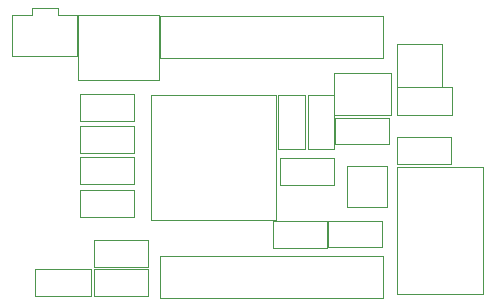
<source format=gbr>
%TF.GenerationSoftware,KiCad,Pcbnew,(6.0.1-0)*%
%TF.CreationDate,2022-05-02T12:36:29+02:00*%
%TF.ProjectId,SAMD_QTPY_MIDI,53414d44-5f51-4545-9059-5f4d4944492e,1*%
%TF.SameCoordinates,Original*%
%TF.FileFunction,Other,User*%
%FSLAX46Y46*%
G04 Gerber Fmt 4.6, Leading zero omitted, Abs format (unit mm)*
G04 Created by KiCad (PCBNEW (6.0.1-0)) date 2022-05-02 12:36:29*
%MOMM*%
%LPD*%
G01*
G04 APERTURE LIST*
%ADD10C,0.050000*%
G04 APERTURE END LIST*
D10*
%TO.C,R2*%
X146370000Y-26220000D02*
X146370000Y-23980000D01*
X150930000Y-26220000D02*
X146370000Y-26220000D01*
X150930000Y-23980000D02*
X150930000Y-26220000D01*
X146370000Y-23980000D02*
X150930000Y-23980000D01*
%TO.C,R1*%
X144055000Y-26630000D02*
X144055000Y-22070000D01*
X146295000Y-26630000D02*
X144055000Y-26630000D01*
X144055000Y-22070000D02*
X146295000Y-22070000D01*
X146295000Y-22070000D02*
X146295000Y-26630000D01*
%TO.C,U2*%
X151055000Y-23775000D02*
X151055000Y-20175000D01*
X146295000Y-20175000D02*
X146295000Y-23775000D01*
X151055000Y-23775000D02*
X146295000Y-23775000D01*
X146295000Y-20175000D02*
X151055000Y-20175000D01*
%TO.C,R3*%
X141695000Y-29645000D02*
X141695000Y-27405000D01*
X146255000Y-27405000D02*
X146255000Y-29645000D01*
X146255000Y-29645000D02*
X141695000Y-29645000D01*
X141695000Y-27405000D02*
X146255000Y-27405000D01*
%TO.C,C3*%
X151550000Y-27925000D02*
X151550000Y-25625000D01*
X156150000Y-25625000D02*
X156150000Y-27925000D01*
X156150000Y-27925000D02*
X151550000Y-27925000D01*
X151550000Y-25625000D02*
X156150000Y-25625000D01*
%TO.C,C2*%
X145650000Y-35025000D02*
X141050000Y-35025000D01*
X145650000Y-32725000D02*
X145650000Y-35025000D01*
X141050000Y-32725000D02*
X145650000Y-32725000D01*
X141050000Y-35025000D02*
X141050000Y-32725000D01*
%TO.C,Q1*%
X147325000Y-28050000D02*
X150725000Y-28050000D01*
X150725000Y-28050000D02*
X150725000Y-31550000D01*
X150725000Y-31550000D02*
X147325000Y-31550000D01*
X147325000Y-31550000D02*
X147325000Y-28050000D01*
%TO.C,J4*%
X131540000Y-35665000D02*
X131540000Y-39265000D01*
X131540000Y-39265000D02*
X150390000Y-39265000D01*
X150390000Y-39265000D02*
X150390000Y-35665000D01*
X150390000Y-35665000D02*
X131540000Y-35665000D01*
%TO.C,C4*%
X151625000Y-23700000D02*
X151625000Y-21400000D01*
X151625000Y-21400000D02*
X156225000Y-21400000D01*
X156225000Y-21400000D02*
X156225000Y-23700000D01*
X156225000Y-23700000D02*
X151625000Y-23700000D01*
%TO.C,D1*%
X124550000Y-20750000D02*
X131450000Y-20750000D01*
X131450000Y-15250000D02*
X124550000Y-15250000D01*
X124550000Y-15250000D02*
X124550000Y-20750000D01*
X131450000Y-20750000D02*
X131450000Y-15250000D01*
%TO.C,C1*%
X143825000Y-22050000D02*
X143825000Y-26650000D01*
X141525000Y-22050000D02*
X143825000Y-22050000D01*
X141525000Y-26650000D02*
X141525000Y-22050000D01*
X143825000Y-26650000D02*
X141525000Y-26650000D01*
%TO.C,F1*%
X145720000Y-34945000D02*
X145720000Y-32705000D01*
X150280000Y-32705000D02*
X150280000Y-34945000D01*
X145720000Y-32705000D02*
X150280000Y-32705000D01*
X150280000Y-34945000D02*
X145720000Y-34945000D01*
%TO.C,J2*%
X158855000Y-38900000D02*
X158855000Y-28100000D01*
X158855000Y-28100000D02*
X151555000Y-28100000D01*
X151555000Y-28100000D02*
X151555000Y-38900000D01*
X151555000Y-38900000D02*
X158855000Y-38900000D01*
%TO.C,J3*%
X150390000Y-18945000D02*
X150390000Y-15345000D01*
X131540000Y-18945000D02*
X150390000Y-18945000D01*
X131540000Y-15345000D02*
X131540000Y-18945000D01*
X150390000Y-15345000D02*
X131540000Y-15345000D01*
%TO.C,U1*%
X155425000Y-21325000D02*
X151625000Y-21325000D01*
X151625000Y-21325000D02*
X151625000Y-17725000D01*
X155425000Y-17725000D02*
X155425000Y-21325000D01*
X151625000Y-17725000D02*
X155425000Y-17725000D01*
%TO.C,U4*%
X130750000Y-22025000D02*
X130750000Y-32625000D01*
X141350000Y-32625000D02*
X130750000Y-32625000D01*
X141350000Y-22025000D02*
X130750000Y-22025000D01*
X141350000Y-22025000D02*
X141350000Y-32625000D01*
%TO.C,SW2*%
X119000000Y-15300000D02*
X120650000Y-15300000D01*
X120650000Y-15300000D02*
X120650000Y-14650000D01*
X122850000Y-14650000D02*
X122850000Y-15300000D01*
X124500000Y-15300000D02*
X124500000Y-18700000D01*
X122850000Y-15300000D02*
X124500000Y-15300000D01*
X124500000Y-18700000D02*
X119000000Y-18700000D01*
X119000000Y-18700000D02*
X119000000Y-15300000D01*
X120650000Y-14650000D02*
X122850000Y-14650000D01*
%TO.C,R7*%
X125945000Y-36595000D02*
X125945000Y-34355000D01*
X130505000Y-36595000D02*
X125945000Y-36595000D01*
X130505000Y-34355000D02*
X130505000Y-36595000D01*
X125945000Y-34355000D02*
X130505000Y-34355000D01*
%TO.C,R4*%
X129280000Y-29545000D02*
X124720000Y-29545000D01*
X129280000Y-27305000D02*
X129280000Y-29545000D01*
X124720000Y-29545000D02*
X124720000Y-27305000D01*
X124720000Y-27305000D02*
X129280000Y-27305000D01*
%TO.C,D3*%
X120975000Y-39075000D02*
X120975000Y-36775000D01*
X125675000Y-39075000D02*
X120975000Y-39075000D01*
X125675000Y-39075000D02*
X125675000Y-36775000D01*
X120975000Y-36775000D02*
X125675000Y-36775000D01*
%TO.C,R6*%
X124745000Y-24220000D02*
X124745000Y-21980000D01*
X129305000Y-24220000D02*
X124745000Y-24220000D01*
X124745000Y-21980000D02*
X129305000Y-21980000D01*
X129305000Y-21980000D02*
X129305000Y-24220000D01*
%TO.C,R5*%
X125945000Y-36780000D02*
X130505000Y-36780000D01*
X130505000Y-36780000D02*
X130505000Y-39020000D01*
X130505000Y-39020000D02*
X125945000Y-39020000D01*
X125945000Y-39020000D02*
X125945000Y-36780000D01*
%TO.C,R8*%
X129280000Y-24705000D02*
X129280000Y-26945000D01*
X124720000Y-24705000D02*
X129280000Y-24705000D01*
X124720000Y-26945000D02*
X124720000Y-24705000D01*
X129280000Y-26945000D02*
X124720000Y-26945000D01*
%TO.C,C5*%
X129325000Y-32375000D02*
X124725000Y-32375000D01*
X129325000Y-30075000D02*
X129325000Y-32375000D01*
X124725000Y-30075000D02*
X129325000Y-30075000D01*
X124725000Y-32375000D02*
X124725000Y-30075000D01*
%TD*%
M02*

</source>
